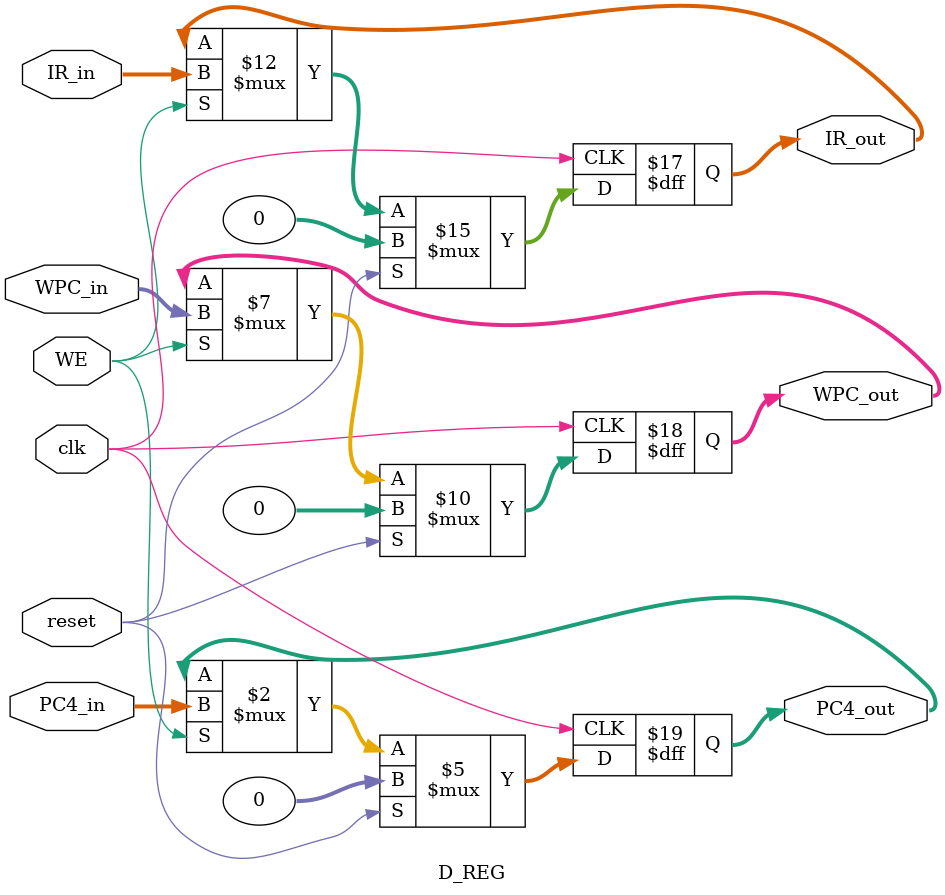
<source format=v>
`timescale 1ns / 1ps
`default_nettype none
module D_REG(input wire clk,
             input wire reset,
             input wire WE,
             input wire [31:0] IR_in,
             input wire [31:0] WPC_in,
             input wire [31:0] PC4_in,
             output reg [31:0] IR_out,
             output reg [31:0] WPC_out,
             output reg [31:0] PC4_out);
    
    
    always @(posedge clk) begin
        if (reset) begin
            IR_out  <= 0;
            WPC_out <= 0;
            PC4_out <= 0;
        end
        else begin
            if (WE) begin
                IR_out  <= IR_in;
                WPC_out <= WPC_in;
                PC4_out <= PC4_in;
            end
        end
    end
    
endmodule

</source>
